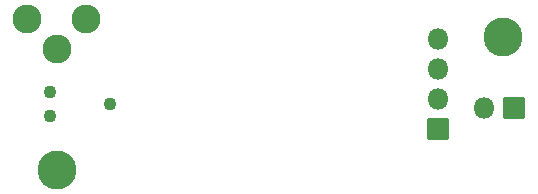
<source format=gbr>
G04 #@! TF.GenerationSoftware,KiCad,Pcbnew,7.0.1-3b83917a11~172~ubuntu22.10.1*
G04 #@! TF.CreationDate,2023-08-26T17:13:59+02:00*
G04 #@! TF.ProjectId,RGB_strip_driver,5247425f-7374-4726-9970-5f6472697665,rev?*
G04 #@! TF.SameCoordinates,Original*
G04 #@! TF.FileFunction,Soldermask,Bot*
G04 #@! TF.FilePolarity,Negative*
%FSLAX46Y46*%
G04 Gerber Fmt 4.6, Leading zero omitted, Abs format (unit mm)*
G04 Created by KiCad (PCBNEW 7.0.1-3b83917a11~172~ubuntu22.10.1) date 2023-08-26 17:13:59*
%MOMM*%
%LPD*%
G01*
G04 APERTURE LIST*
G04 Aperture macros list*
%AMRoundRect*
0 Rectangle with rounded corners*
0 $1 Rounding radius*
0 $2 $3 $4 $5 $6 $7 $8 $9 X,Y pos of 4 corners*
0 Add a 4 corners polygon primitive as box body*
4,1,4,$2,$3,$4,$5,$6,$7,$8,$9,$2,$3,0*
0 Add four circle primitives for the rounded corners*
1,1,$1+$1,$2,$3*
1,1,$1+$1,$4,$5*
1,1,$1+$1,$6,$7*
1,1,$1+$1,$8,$9*
0 Add four rect primitives between the rounded corners*
20,1,$1+$1,$2,$3,$4,$5,0*
20,1,$1+$1,$4,$5,$6,$7,0*
20,1,$1+$1,$6,$7,$8,$9,0*
20,1,$1+$1,$8,$9,$2,$3,0*%
G04 Aperture macros list end*
%ADD10C,3.302000*%
%ADD11RoundRect,0.051000X-0.850000X0.850000X-0.850000X-0.850000X0.850000X-0.850000X0.850000X0.850000X0*%
%ADD12O,1.802000X1.802000*%
%ADD13C,1.092600*%
%ADD14RoundRect,0.051000X0.850000X0.850000X-0.850000X0.850000X-0.850000X-0.850000X0.850000X-0.850000X0*%
%ADD15C,2.442000*%
G04 APERTURE END LIST*
D10*
X106250000Y-135750000D03*
X144000000Y-124500000D03*
D11*
X145000000Y-130500000D03*
D12*
X142460000Y-130500000D03*
D13*
X110770000Y-130200000D03*
X105690000Y-131216000D03*
X105690000Y-129184000D03*
D14*
X138500000Y-132250000D03*
D12*
X138500000Y-129710000D03*
X138500000Y-127170000D03*
X138500000Y-124630000D03*
D15*
X108750000Y-123000000D03*
X106250000Y-125500000D03*
X103750000Y-123000000D03*
M02*

</source>
